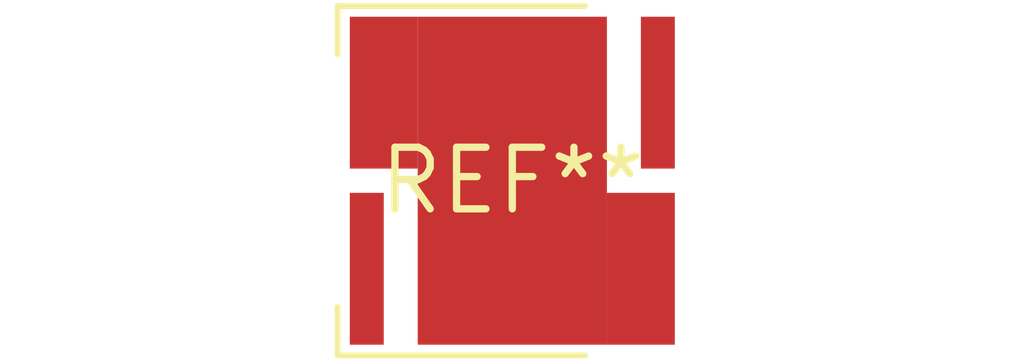
<source format=kicad_pcb>
(kicad_pcb (version 20240108) (generator pcbnew)
  (layers (0 "F.Cu" signal) (31 "B.Cu" signal) (34 "B.Paste" user) (35 "F.Paste" user) (36 "B.SilkS" user "B.Silkscreen") (37 "F.SilkS" user "F.Silkscreen") (38 "B.Mask" user) (39 "F.Mask" user) (44 "Edge.Cuts" user))
  (net 0 "")
  (footprint "LED_Cree-XHP70_12V" (layer "F.Cu") (at 0 0)
    (property "Reference" "REF**")
    (property "Value" "LED_Cree-XHP70_12V")
    (fp_line (start -3.6 -3.6) (end -3.6 -2.6) (layer "F.SilkS") (stroke (width 0.12)))
    (fp_line (start -3.6 3.6) (end -3.6 2.6) (layer "F.SilkS") (stroke (width 0.12)))
    (fp_line (start 1.5 -3.6) (end -3.6 -3.6) (layer "F.SilkS") (stroke (width 0.12)))
    (fp_line (start 1.5 3.6) (end -3.6 3.6) (layer "F.SilkS") (stroke (width 0.12)))
    (pad "1" smd rect (at -3 1.815) (size 0.7 3.13) (layers "F.Cu" "F.Paste" "F.Mask"))
    (pad "2" smd rect (at 3 -1.815) (size 0.7 3.13) (layers "F.Cu" "F.Paste" "F.Mask"))
    (pad "3" smd rect (at -2.65 -1.815) (size 1.4 3.13) (layers "F.Cu" "F.Mask"))
    (pad "3" smd rect (at 0 0) (size 3.9 6.76) (layers "F.Cu" "F.Mask"))
    (pad "3" smd rect (at 2.65 1.815) (size 1.4 3.13) (layers "F.Cu" "F.Mask"))
  )
)
</source>
